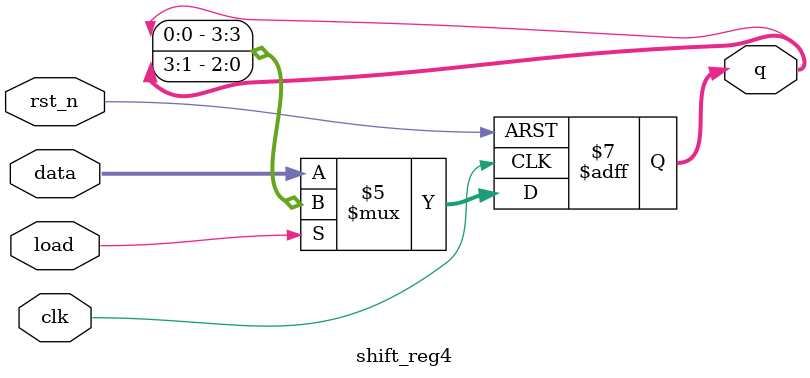
<source format=v>

module shift_reg4 (
    input [0:0] clk, rst_n, load,
    input [3:0] data,
    output reg [3:0] q
);

always @(posedge clk or negedge rst_n)
begin
    if (!rst_n)
        q <= 4'b0;
    else if (!load)
        q <= data;
    else
        q <= {q[0], q[3:1]};
end

endmodule

</source>
